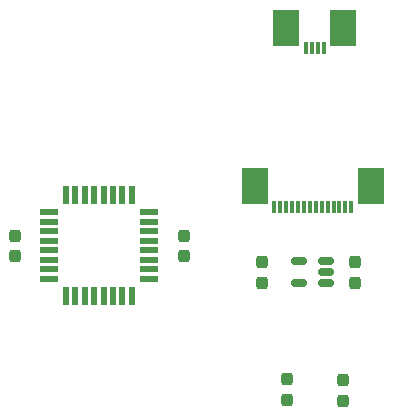
<source format=gtp>
G04 #@! TF.GenerationSoftware,KiCad,Pcbnew,(6.0.1)*
G04 #@! TF.CreationDate,2022-09-26T11:52:35-04:00*
G04 #@! TF.ProjectId,consolizer,636f6e73-6f6c-4697-9a65-722e6b696361,rev?*
G04 #@! TF.SameCoordinates,Original*
G04 #@! TF.FileFunction,Paste,Top*
G04 #@! TF.FilePolarity,Positive*
%FSLAX46Y46*%
G04 Gerber Fmt 4.6, Leading zero omitted, Abs format (unit mm)*
G04 Created by KiCad (PCBNEW (6.0.1)) date 2022-09-26 11:52:35*
%MOMM*%
%LPD*%
G01*
G04 APERTURE LIST*
G04 Aperture macros list*
%AMRoundRect*
0 Rectangle with rounded corners*
0 $1 Rounding radius*
0 $2 $3 $4 $5 $6 $7 $8 $9 X,Y pos of 4 corners*
0 Add a 4 corners polygon primitive as box body*
4,1,4,$2,$3,$4,$5,$6,$7,$8,$9,$2,$3,0*
0 Add four circle primitives for the rounded corners*
1,1,$1+$1,$2,$3*
1,1,$1+$1,$4,$5*
1,1,$1+$1,$6,$7*
1,1,$1+$1,$8,$9*
0 Add four rect primitives between the rounded corners*
20,1,$1+$1,$2,$3,$4,$5,0*
20,1,$1+$1,$4,$5,$6,$7,0*
20,1,$1+$1,$6,$7,$8,$9,0*
20,1,$1+$1,$8,$9,$2,$3,0*%
G04 Aperture macros list end*
%ADD10RoundRect,0.237500X0.237500X-0.287500X0.237500X0.287500X-0.237500X0.287500X-0.237500X-0.287500X0*%
%ADD11R,0.300000X1.100000*%
%ADD12R,2.300000X3.100000*%
%ADD13RoundRect,0.237500X-0.237500X0.287500X-0.237500X-0.287500X0.237500X-0.287500X0.237500X0.287500X0*%
%ADD14RoundRect,0.150000X0.512500X0.150000X-0.512500X0.150000X-0.512500X-0.150000X0.512500X-0.150000X0*%
%ADD15R,1.600000X0.550000*%
%ADD16R,0.550000X1.600000*%
G04 APERTURE END LIST*
D10*
X196500000Y-95150000D03*
X196500000Y-93400000D03*
X190700000Y-105075000D03*
X190700000Y-103325000D03*
D11*
X196170000Y-88700000D03*
X195670000Y-88700000D03*
X195170000Y-88700000D03*
X194670000Y-88700000D03*
X194170000Y-88700000D03*
X193670000Y-88700000D03*
X193170000Y-88700000D03*
X192670000Y-88700000D03*
X192170000Y-88700000D03*
X191670000Y-88700000D03*
X191170000Y-88700000D03*
X190670000Y-88700000D03*
X190170000Y-88700000D03*
X189670000Y-88700000D03*
D12*
X188000000Y-87000000D03*
X197840000Y-87000000D03*
D13*
X195500000Y-103400000D03*
X195500000Y-105150000D03*
D14*
X194037500Y-95200000D03*
X194037500Y-94250000D03*
X194037500Y-93300000D03*
X191762500Y-93300000D03*
X191762500Y-95200000D03*
D13*
X188600000Y-93425000D03*
X188600000Y-95175000D03*
D10*
X167700000Y-92900000D03*
X167700000Y-91150000D03*
D15*
X179050000Y-94800000D03*
X179050000Y-94000000D03*
X179050000Y-93200000D03*
X179050000Y-92400000D03*
X179050000Y-91600000D03*
X179050000Y-90800000D03*
X179050000Y-90000000D03*
X179050000Y-89200000D03*
D16*
X177600000Y-87750000D03*
X176800000Y-87750000D03*
X176000000Y-87750000D03*
X175200000Y-87750000D03*
X174400000Y-87750000D03*
X173600000Y-87750000D03*
X172800000Y-87750000D03*
X172000000Y-87750000D03*
D15*
X170550000Y-89200000D03*
X170550000Y-90000000D03*
X170550000Y-90800000D03*
X170550000Y-91600000D03*
X170550000Y-92400000D03*
X170550000Y-93200000D03*
X170550000Y-94000000D03*
X170550000Y-94800000D03*
D16*
X172000000Y-96250000D03*
X172800000Y-96250000D03*
X173600000Y-96250000D03*
X174400000Y-96250000D03*
X175200000Y-96250000D03*
X176000000Y-96250000D03*
X176800000Y-96250000D03*
X177600000Y-96250000D03*
D10*
X182000000Y-92900000D03*
X182000000Y-91150000D03*
D11*
X193830000Y-75275000D03*
X193330000Y-75275000D03*
X192830000Y-75275000D03*
X192330000Y-75275000D03*
D12*
X195500000Y-73575000D03*
X190655000Y-73575000D03*
M02*

</source>
